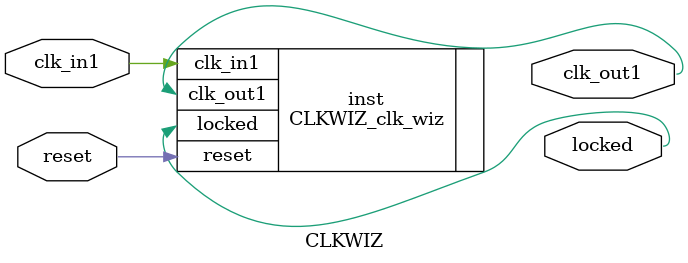
<source format=v>


`timescale 1ps/1ps

(* CORE_GENERATION_INFO = "CLKWIZ,clk_wiz_v6_0_15_0_0,{component_name=CLKWIZ,use_phase_alignment=true,use_min_o_jitter=false,use_max_i_jitter=false,use_dyn_phase_shift=false,use_inclk_switchover=false,use_dyn_reconfig=false,enable_axi=0,feedback_source=FDBK_AUTO,PRIMITIVE=MMCM,num_out_clk=1,clkin1_period=20.000,clkin2_period=10.0,use_power_down=false,use_reset=true,use_locked=true,use_inclk_stopped=false,feedback_type=SINGLE,CLOCK_MGR_TYPE=NA,manual_override=false}" *)

module CLKWIZ 
 (
  // Clock out ports
  output        clk_out1,
  // Status and control signals
  input         reset,
  output        locked,
 // Clock in ports
  input         clk_in1
 );

  CLKWIZ_clk_wiz inst
  (
  // Clock out ports  
  .clk_out1(clk_out1),
  // Status and control signals               
  .reset(reset), 
  .locked(locked),
 // Clock in ports
  .clk_in1(clk_in1)
  );

endmodule

</source>
